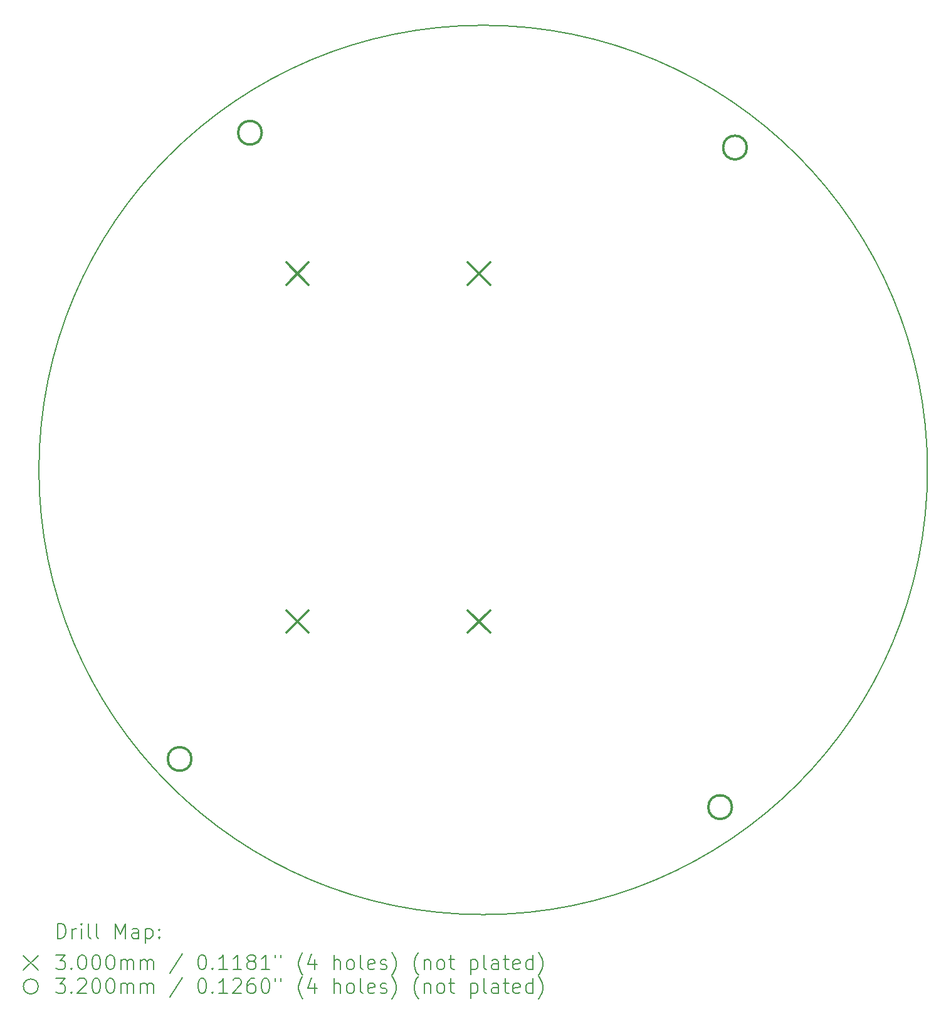
<source format=gbr>
%TF.GenerationSoftware,KiCad,Pcbnew,8.0.4*%
%TF.CreationDate,2024-09-12T05:22:18-05:00*%
%TF.ProjectId,Robt,526f6274-2e6b-4696-9361-645f70636258,rev?*%
%TF.SameCoordinates,Original*%
%TF.FileFunction,Drillmap*%
%TF.FilePolarity,Positive*%
%FSLAX45Y45*%
G04 Gerber Fmt 4.5, Leading zero omitted, Abs format (unit mm)*
G04 Created by KiCad (PCBNEW 8.0.4) date 2024-09-12 05:22:18*
%MOMM*%
%LPD*%
G01*
G04 APERTURE LIST*
%ADD10C,0.200000*%
%ADD11C,0.300000*%
%ADD12C,0.320000*%
G04 APERTURE END LIST*
D10*
X23300000Y-9050000D02*
G75*
G02*
X11300000Y-9050000I-6000000J0D01*
G01*
X11300000Y-9050000D02*
G75*
G02*
X23300000Y-9050000I6000000J0D01*
G01*
D11*
X14642000Y-6250000D02*
X14942000Y-6550000D01*
X14942000Y-6250000D02*
X14642000Y-6550000D01*
X14642000Y-10945000D02*
X14942000Y-11245000D01*
X14942000Y-10945000D02*
X14642000Y-11245000D01*
X17093000Y-6250000D02*
X17393000Y-6550000D01*
X17393000Y-6250000D02*
X17093000Y-6550000D01*
X17093000Y-10945000D02*
X17393000Y-11245000D01*
X17393000Y-10945000D02*
X17093000Y-11245000D01*
D12*
X13360000Y-12950000D02*
G75*
G02*
X13040000Y-12950000I-160000J0D01*
G01*
X13040000Y-12950000D02*
G75*
G02*
X13360000Y-12950000I160000J0D01*
G01*
X14310000Y-4500000D02*
G75*
G02*
X13990000Y-4500000I-160000J0D01*
G01*
X13990000Y-4500000D02*
G75*
G02*
X14310000Y-4500000I160000J0D01*
G01*
X20660000Y-13600000D02*
G75*
G02*
X20340000Y-13600000I-160000J0D01*
G01*
X20340000Y-13600000D02*
G75*
G02*
X20660000Y-13600000I160000J0D01*
G01*
X20860000Y-4700000D02*
G75*
G02*
X20540000Y-4700000I-160000J0D01*
G01*
X20540000Y-4700000D02*
G75*
G02*
X20860000Y-4700000I160000J0D01*
G01*
D10*
X11550777Y-15371484D02*
X11550777Y-15171484D01*
X11550777Y-15171484D02*
X11598396Y-15171484D01*
X11598396Y-15171484D02*
X11626967Y-15181008D01*
X11626967Y-15181008D02*
X11646015Y-15200055D01*
X11646015Y-15200055D02*
X11655539Y-15219103D01*
X11655539Y-15219103D02*
X11665062Y-15257198D01*
X11665062Y-15257198D02*
X11665062Y-15285769D01*
X11665062Y-15285769D02*
X11655539Y-15323865D01*
X11655539Y-15323865D02*
X11646015Y-15342912D01*
X11646015Y-15342912D02*
X11626967Y-15361960D01*
X11626967Y-15361960D02*
X11598396Y-15371484D01*
X11598396Y-15371484D02*
X11550777Y-15371484D01*
X11750777Y-15371484D02*
X11750777Y-15238150D01*
X11750777Y-15276246D02*
X11760301Y-15257198D01*
X11760301Y-15257198D02*
X11769824Y-15247674D01*
X11769824Y-15247674D02*
X11788872Y-15238150D01*
X11788872Y-15238150D02*
X11807920Y-15238150D01*
X11874586Y-15371484D02*
X11874586Y-15238150D01*
X11874586Y-15171484D02*
X11865062Y-15181008D01*
X11865062Y-15181008D02*
X11874586Y-15190531D01*
X11874586Y-15190531D02*
X11884110Y-15181008D01*
X11884110Y-15181008D02*
X11874586Y-15171484D01*
X11874586Y-15171484D02*
X11874586Y-15190531D01*
X11998396Y-15371484D02*
X11979348Y-15361960D01*
X11979348Y-15361960D02*
X11969824Y-15342912D01*
X11969824Y-15342912D02*
X11969824Y-15171484D01*
X12103158Y-15371484D02*
X12084110Y-15361960D01*
X12084110Y-15361960D02*
X12074586Y-15342912D01*
X12074586Y-15342912D02*
X12074586Y-15171484D01*
X12331729Y-15371484D02*
X12331729Y-15171484D01*
X12331729Y-15171484D02*
X12398396Y-15314341D01*
X12398396Y-15314341D02*
X12465062Y-15171484D01*
X12465062Y-15171484D02*
X12465062Y-15371484D01*
X12646015Y-15371484D02*
X12646015Y-15266722D01*
X12646015Y-15266722D02*
X12636491Y-15247674D01*
X12636491Y-15247674D02*
X12617443Y-15238150D01*
X12617443Y-15238150D02*
X12579348Y-15238150D01*
X12579348Y-15238150D02*
X12560301Y-15247674D01*
X12646015Y-15361960D02*
X12626967Y-15371484D01*
X12626967Y-15371484D02*
X12579348Y-15371484D01*
X12579348Y-15371484D02*
X12560301Y-15361960D01*
X12560301Y-15361960D02*
X12550777Y-15342912D01*
X12550777Y-15342912D02*
X12550777Y-15323865D01*
X12550777Y-15323865D02*
X12560301Y-15304817D01*
X12560301Y-15304817D02*
X12579348Y-15295293D01*
X12579348Y-15295293D02*
X12626967Y-15295293D01*
X12626967Y-15295293D02*
X12646015Y-15285769D01*
X12741253Y-15238150D02*
X12741253Y-15438150D01*
X12741253Y-15247674D02*
X12760301Y-15238150D01*
X12760301Y-15238150D02*
X12798396Y-15238150D01*
X12798396Y-15238150D02*
X12817443Y-15247674D01*
X12817443Y-15247674D02*
X12826967Y-15257198D01*
X12826967Y-15257198D02*
X12836491Y-15276246D01*
X12836491Y-15276246D02*
X12836491Y-15333388D01*
X12836491Y-15333388D02*
X12826967Y-15352436D01*
X12826967Y-15352436D02*
X12817443Y-15361960D01*
X12817443Y-15361960D02*
X12798396Y-15371484D01*
X12798396Y-15371484D02*
X12760301Y-15371484D01*
X12760301Y-15371484D02*
X12741253Y-15361960D01*
X12922205Y-15352436D02*
X12931729Y-15361960D01*
X12931729Y-15361960D02*
X12922205Y-15371484D01*
X12922205Y-15371484D02*
X12912682Y-15361960D01*
X12912682Y-15361960D02*
X12922205Y-15352436D01*
X12922205Y-15352436D02*
X12922205Y-15371484D01*
X12922205Y-15247674D02*
X12931729Y-15257198D01*
X12931729Y-15257198D02*
X12922205Y-15266722D01*
X12922205Y-15266722D02*
X12912682Y-15257198D01*
X12912682Y-15257198D02*
X12922205Y-15247674D01*
X12922205Y-15247674D02*
X12922205Y-15266722D01*
X11090000Y-15600000D02*
X11290000Y-15800000D01*
X11290000Y-15600000D02*
X11090000Y-15800000D01*
X11531729Y-15591484D02*
X11655539Y-15591484D01*
X11655539Y-15591484D02*
X11588872Y-15667674D01*
X11588872Y-15667674D02*
X11617443Y-15667674D01*
X11617443Y-15667674D02*
X11636491Y-15677198D01*
X11636491Y-15677198D02*
X11646015Y-15686722D01*
X11646015Y-15686722D02*
X11655539Y-15705769D01*
X11655539Y-15705769D02*
X11655539Y-15753388D01*
X11655539Y-15753388D02*
X11646015Y-15772436D01*
X11646015Y-15772436D02*
X11636491Y-15781960D01*
X11636491Y-15781960D02*
X11617443Y-15791484D01*
X11617443Y-15791484D02*
X11560301Y-15791484D01*
X11560301Y-15791484D02*
X11541253Y-15781960D01*
X11541253Y-15781960D02*
X11531729Y-15772436D01*
X11741253Y-15772436D02*
X11750777Y-15781960D01*
X11750777Y-15781960D02*
X11741253Y-15791484D01*
X11741253Y-15791484D02*
X11731729Y-15781960D01*
X11731729Y-15781960D02*
X11741253Y-15772436D01*
X11741253Y-15772436D02*
X11741253Y-15791484D01*
X11874586Y-15591484D02*
X11893634Y-15591484D01*
X11893634Y-15591484D02*
X11912682Y-15601008D01*
X11912682Y-15601008D02*
X11922205Y-15610531D01*
X11922205Y-15610531D02*
X11931729Y-15629579D01*
X11931729Y-15629579D02*
X11941253Y-15667674D01*
X11941253Y-15667674D02*
X11941253Y-15715293D01*
X11941253Y-15715293D02*
X11931729Y-15753388D01*
X11931729Y-15753388D02*
X11922205Y-15772436D01*
X11922205Y-15772436D02*
X11912682Y-15781960D01*
X11912682Y-15781960D02*
X11893634Y-15791484D01*
X11893634Y-15791484D02*
X11874586Y-15791484D01*
X11874586Y-15791484D02*
X11855539Y-15781960D01*
X11855539Y-15781960D02*
X11846015Y-15772436D01*
X11846015Y-15772436D02*
X11836491Y-15753388D01*
X11836491Y-15753388D02*
X11826967Y-15715293D01*
X11826967Y-15715293D02*
X11826967Y-15667674D01*
X11826967Y-15667674D02*
X11836491Y-15629579D01*
X11836491Y-15629579D02*
X11846015Y-15610531D01*
X11846015Y-15610531D02*
X11855539Y-15601008D01*
X11855539Y-15601008D02*
X11874586Y-15591484D01*
X12065062Y-15591484D02*
X12084110Y-15591484D01*
X12084110Y-15591484D02*
X12103158Y-15601008D01*
X12103158Y-15601008D02*
X12112682Y-15610531D01*
X12112682Y-15610531D02*
X12122205Y-15629579D01*
X12122205Y-15629579D02*
X12131729Y-15667674D01*
X12131729Y-15667674D02*
X12131729Y-15715293D01*
X12131729Y-15715293D02*
X12122205Y-15753388D01*
X12122205Y-15753388D02*
X12112682Y-15772436D01*
X12112682Y-15772436D02*
X12103158Y-15781960D01*
X12103158Y-15781960D02*
X12084110Y-15791484D01*
X12084110Y-15791484D02*
X12065062Y-15791484D01*
X12065062Y-15791484D02*
X12046015Y-15781960D01*
X12046015Y-15781960D02*
X12036491Y-15772436D01*
X12036491Y-15772436D02*
X12026967Y-15753388D01*
X12026967Y-15753388D02*
X12017443Y-15715293D01*
X12017443Y-15715293D02*
X12017443Y-15667674D01*
X12017443Y-15667674D02*
X12026967Y-15629579D01*
X12026967Y-15629579D02*
X12036491Y-15610531D01*
X12036491Y-15610531D02*
X12046015Y-15601008D01*
X12046015Y-15601008D02*
X12065062Y-15591484D01*
X12255539Y-15591484D02*
X12274586Y-15591484D01*
X12274586Y-15591484D02*
X12293634Y-15601008D01*
X12293634Y-15601008D02*
X12303158Y-15610531D01*
X12303158Y-15610531D02*
X12312682Y-15629579D01*
X12312682Y-15629579D02*
X12322205Y-15667674D01*
X12322205Y-15667674D02*
X12322205Y-15715293D01*
X12322205Y-15715293D02*
X12312682Y-15753388D01*
X12312682Y-15753388D02*
X12303158Y-15772436D01*
X12303158Y-15772436D02*
X12293634Y-15781960D01*
X12293634Y-15781960D02*
X12274586Y-15791484D01*
X12274586Y-15791484D02*
X12255539Y-15791484D01*
X12255539Y-15791484D02*
X12236491Y-15781960D01*
X12236491Y-15781960D02*
X12226967Y-15772436D01*
X12226967Y-15772436D02*
X12217443Y-15753388D01*
X12217443Y-15753388D02*
X12207920Y-15715293D01*
X12207920Y-15715293D02*
X12207920Y-15667674D01*
X12207920Y-15667674D02*
X12217443Y-15629579D01*
X12217443Y-15629579D02*
X12226967Y-15610531D01*
X12226967Y-15610531D02*
X12236491Y-15601008D01*
X12236491Y-15601008D02*
X12255539Y-15591484D01*
X12407920Y-15791484D02*
X12407920Y-15658150D01*
X12407920Y-15677198D02*
X12417443Y-15667674D01*
X12417443Y-15667674D02*
X12436491Y-15658150D01*
X12436491Y-15658150D02*
X12465063Y-15658150D01*
X12465063Y-15658150D02*
X12484110Y-15667674D01*
X12484110Y-15667674D02*
X12493634Y-15686722D01*
X12493634Y-15686722D02*
X12493634Y-15791484D01*
X12493634Y-15686722D02*
X12503158Y-15667674D01*
X12503158Y-15667674D02*
X12522205Y-15658150D01*
X12522205Y-15658150D02*
X12550777Y-15658150D01*
X12550777Y-15658150D02*
X12569824Y-15667674D01*
X12569824Y-15667674D02*
X12579348Y-15686722D01*
X12579348Y-15686722D02*
X12579348Y-15791484D01*
X12674586Y-15791484D02*
X12674586Y-15658150D01*
X12674586Y-15677198D02*
X12684110Y-15667674D01*
X12684110Y-15667674D02*
X12703158Y-15658150D01*
X12703158Y-15658150D02*
X12731729Y-15658150D01*
X12731729Y-15658150D02*
X12750777Y-15667674D01*
X12750777Y-15667674D02*
X12760301Y-15686722D01*
X12760301Y-15686722D02*
X12760301Y-15791484D01*
X12760301Y-15686722D02*
X12769824Y-15667674D01*
X12769824Y-15667674D02*
X12788872Y-15658150D01*
X12788872Y-15658150D02*
X12817443Y-15658150D01*
X12817443Y-15658150D02*
X12836491Y-15667674D01*
X12836491Y-15667674D02*
X12846015Y-15686722D01*
X12846015Y-15686722D02*
X12846015Y-15791484D01*
X13236491Y-15581960D02*
X13065063Y-15839103D01*
X13493634Y-15591484D02*
X13512682Y-15591484D01*
X13512682Y-15591484D02*
X13531729Y-15601008D01*
X13531729Y-15601008D02*
X13541253Y-15610531D01*
X13541253Y-15610531D02*
X13550777Y-15629579D01*
X13550777Y-15629579D02*
X13560301Y-15667674D01*
X13560301Y-15667674D02*
X13560301Y-15715293D01*
X13560301Y-15715293D02*
X13550777Y-15753388D01*
X13550777Y-15753388D02*
X13541253Y-15772436D01*
X13541253Y-15772436D02*
X13531729Y-15781960D01*
X13531729Y-15781960D02*
X13512682Y-15791484D01*
X13512682Y-15791484D02*
X13493634Y-15791484D01*
X13493634Y-15791484D02*
X13474586Y-15781960D01*
X13474586Y-15781960D02*
X13465063Y-15772436D01*
X13465063Y-15772436D02*
X13455539Y-15753388D01*
X13455539Y-15753388D02*
X13446015Y-15715293D01*
X13446015Y-15715293D02*
X13446015Y-15667674D01*
X13446015Y-15667674D02*
X13455539Y-15629579D01*
X13455539Y-15629579D02*
X13465063Y-15610531D01*
X13465063Y-15610531D02*
X13474586Y-15601008D01*
X13474586Y-15601008D02*
X13493634Y-15591484D01*
X13646015Y-15772436D02*
X13655539Y-15781960D01*
X13655539Y-15781960D02*
X13646015Y-15791484D01*
X13646015Y-15791484D02*
X13636491Y-15781960D01*
X13636491Y-15781960D02*
X13646015Y-15772436D01*
X13646015Y-15772436D02*
X13646015Y-15791484D01*
X13846015Y-15791484D02*
X13731729Y-15791484D01*
X13788872Y-15791484D02*
X13788872Y-15591484D01*
X13788872Y-15591484D02*
X13769825Y-15620055D01*
X13769825Y-15620055D02*
X13750777Y-15639103D01*
X13750777Y-15639103D02*
X13731729Y-15648627D01*
X14036491Y-15791484D02*
X13922206Y-15791484D01*
X13979348Y-15791484D02*
X13979348Y-15591484D01*
X13979348Y-15591484D02*
X13960301Y-15620055D01*
X13960301Y-15620055D02*
X13941253Y-15639103D01*
X13941253Y-15639103D02*
X13922206Y-15648627D01*
X14150777Y-15677198D02*
X14131729Y-15667674D01*
X14131729Y-15667674D02*
X14122206Y-15658150D01*
X14122206Y-15658150D02*
X14112682Y-15639103D01*
X14112682Y-15639103D02*
X14112682Y-15629579D01*
X14112682Y-15629579D02*
X14122206Y-15610531D01*
X14122206Y-15610531D02*
X14131729Y-15601008D01*
X14131729Y-15601008D02*
X14150777Y-15591484D01*
X14150777Y-15591484D02*
X14188872Y-15591484D01*
X14188872Y-15591484D02*
X14207920Y-15601008D01*
X14207920Y-15601008D02*
X14217444Y-15610531D01*
X14217444Y-15610531D02*
X14226967Y-15629579D01*
X14226967Y-15629579D02*
X14226967Y-15639103D01*
X14226967Y-15639103D02*
X14217444Y-15658150D01*
X14217444Y-15658150D02*
X14207920Y-15667674D01*
X14207920Y-15667674D02*
X14188872Y-15677198D01*
X14188872Y-15677198D02*
X14150777Y-15677198D01*
X14150777Y-15677198D02*
X14131729Y-15686722D01*
X14131729Y-15686722D02*
X14122206Y-15696246D01*
X14122206Y-15696246D02*
X14112682Y-15715293D01*
X14112682Y-15715293D02*
X14112682Y-15753388D01*
X14112682Y-15753388D02*
X14122206Y-15772436D01*
X14122206Y-15772436D02*
X14131729Y-15781960D01*
X14131729Y-15781960D02*
X14150777Y-15791484D01*
X14150777Y-15791484D02*
X14188872Y-15791484D01*
X14188872Y-15791484D02*
X14207920Y-15781960D01*
X14207920Y-15781960D02*
X14217444Y-15772436D01*
X14217444Y-15772436D02*
X14226967Y-15753388D01*
X14226967Y-15753388D02*
X14226967Y-15715293D01*
X14226967Y-15715293D02*
X14217444Y-15696246D01*
X14217444Y-15696246D02*
X14207920Y-15686722D01*
X14207920Y-15686722D02*
X14188872Y-15677198D01*
X14417444Y-15791484D02*
X14303158Y-15791484D01*
X14360301Y-15791484D02*
X14360301Y-15591484D01*
X14360301Y-15591484D02*
X14341253Y-15620055D01*
X14341253Y-15620055D02*
X14322206Y-15639103D01*
X14322206Y-15639103D02*
X14303158Y-15648627D01*
X14493634Y-15591484D02*
X14493634Y-15629579D01*
X14569825Y-15591484D02*
X14569825Y-15629579D01*
X14865063Y-15867674D02*
X14855539Y-15858150D01*
X14855539Y-15858150D02*
X14836491Y-15829579D01*
X14836491Y-15829579D02*
X14826968Y-15810531D01*
X14826968Y-15810531D02*
X14817444Y-15781960D01*
X14817444Y-15781960D02*
X14807920Y-15734341D01*
X14807920Y-15734341D02*
X14807920Y-15696246D01*
X14807920Y-15696246D02*
X14817444Y-15648627D01*
X14817444Y-15648627D02*
X14826968Y-15620055D01*
X14826968Y-15620055D02*
X14836491Y-15601008D01*
X14836491Y-15601008D02*
X14855539Y-15572436D01*
X14855539Y-15572436D02*
X14865063Y-15562912D01*
X15026968Y-15658150D02*
X15026968Y-15791484D01*
X14979348Y-15581960D02*
X14931729Y-15724817D01*
X14931729Y-15724817D02*
X15055539Y-15724817D01*
X15284110Y-15791484D02*
X15284110Y-15591484D01*
X15369825Y-15791484D02*
X15369825Y-15686722D01*
X15369825Y-15686722D02*
X15360301Y-15667674D01*
X15360301Y-15667674D02*
X15341253Y-15658150D01*
X15341253Y-15658150D02*
X15312682Y-15658150D01*
X15312682Y-15658150D02*
X15293634Y-15667674D01*
X15293634Y-15667674D02*
X15284110Y-15677198D01*
X15493634Y-15791484D02*
X15474587Y-15781960D01*
X15474587Y-15781960D02*
X15465063Y-15772436D01*
X15465063Y-15772436D02*
X15455539Y-15753388D01*
X15455539Y-15753388D02*
X15455539Y-15696246D01*
X15455539Y-15696246D02*
X15465063Y-15677198D01*
X15465063Y-15677198D02*
X15474587Y-15667674D01*
X15474587Y-15667674D02*
X15493634Y-15658150D01*
X15493634Y-15658150D02*
X15522206Y-15658150D01*
X15522206Y-15658150D02*
X15541253Y-15667674D01*
X15541253Y-15667674D02*
X15550777Y-15677198D01*
X15550777Y-15677198D02*
X15560301Y-15696246D01*
X15560301Y-15696246D02*
X15560301Y-15753388D01*
X15560301Y-15753388D02*
X15550777Y-15772436D01*
X15550777Y-15772436D02*
X15541253Y-15781960D01*
X15541253Y-15781960D02*
X15522206Y-15791484D01*
X15522206Y-15791484D02*
X15493634Y-15791484D01*
X15674587Y-15791484D02*
X15655539Y-15781960D01*
X15655539Y-15781960D02*
X15646015Y-15762912D01*
X15646015Y-15762912D02*
X15646015Y-15591484D01*
X15826968Y-15781960D02*
X15807920Y-15791484D01*
X15807920Y-15791484D02*
X15769825Y-15791484D01*
X15769825Y-15791484D02*
X15750777Y-15781960D01*
X15750777Y-15781960D02*
X15741253Y-15762912D01*
X15741253Y-15762912D02*
X15741253Y-15686722D01*
X15741253Y-15686722D02*
X15750777Y-15667674D01*
X15750777Y-15667674D02*
X15769825Y-15658150D01*
X15769825Y-15658150D02*
X15807920Y-15658150D01*
X15807920Y-15658150D02*
X15826968Y-15667674D01*
X15826968Y-15667674D02*
X15836491Y-15686722D01*
X15836491Y-15686722D02*
X15836491Y-15705769D01*
X15836491Y-15705769D02*
X15741253Y-15724817D01*
X15912682Y-15781960D02*
X15931730Y-15791484D01*
X15931730Y-15791484D02*
X15969825Y-15791484D01*
X15969825Y-15791484D02*
X15988872Y-15781960D01*
X15988872Y-15781960D02*
X15998396Y-15762912D01*
X15998396Y-15762912D02*
X15998396Y-15753388D01*
X15998396Y-15753388D02*
X15988872Y-15734341D01*
X15988872Y-15734341D02*
X15969825Y-15724817D01*
X15969825Y-15724817D02*
X15941253Y-15724817D01*
X15941253Y-15724817D02*
X15922206Y-15715293D01*
X15922206Y-15715293D02*
X15912682Y-15696246D01*
X15912682Y-15696246D02*
X15912682Y-15686722D01*
X15912682Y-15686722D02*
X15922206Y-15667674D01*
X15922206Y-15667674D02*
X15941253Y-15658150D01*
X15941253Y-15658150D02*
X15969825Y-15658150D01*
X15969825Y-15658150D02*
X15988872Y-15667674D01*
X16065063Y-15867674D02*
X16074587Y-15858150D01*
X16074587Y-15858150D02*
X16093634Y-15829579D01*
X16093634Y-15829579D02*
X16103158Y-15810531D01*
X16103158Y-15810531D02*
X16112682Y-15781960D01*
X16112682Y-15781960D02*
X16122206Y-15734341D01*
X16122206Y-15734341D02*
X16122206Y-15696246D01*
X16122206Y-15696246D02*
X16112682Y-15648627D01*
X16112682Y-15648627D02*
X16103158Y-15620055D01*
X16103158Y-15620055D02*
X16093634Y-15601008D01*
X16093634Y-15601008D02*
X16074587Y-15572436D01*
X16074587Y-15572436D02*
X16065063Y-15562912D01*
X16426968Y-15867674D02*
X16417444Y-15858150D01*
X16417444Y-15858150D02*
X16398396Y-15829579D01*
X16398396Y-15829579D02*
X16388872Y-15810531D01*
X16388872Y-15810531D02*
X16379349Y-15781960D01*
X16379349Y-15781960D02*
X16369825Y-15734341D01*
X16369825Y-15734341D02*
X16369825Y-15696246D01*
X16369825Y-15696246D02*
X16379349Y-15648627D01*
X16379349Y-15648627D02*
X16388872Y-15620055D01*
X16388872Y-15620055D02*
X16398396Y-15601008D01*
X16398396Y-15601008D02*
X16417444Y-15572436D01*
X16417444Y-15572436D02*
X16426968Y-15562912D01*
X16503158Y-15658150D02*
X16503158Y-15791484D01*
X16503158Y-15677198D02*
X16512682Y-15667674D01*
X16512682Y-15667674D02*
X16531730Y-15658150D01*
X16531730Y-15658150D02*
X16560301Y-15658150D01*
X16560301Y-15658150D02*
X16579349Y-15667674D01*
X16579349Y-15667674D02*
X16588872Y-15686722D01*
X16588872Y-15686722D02*
X16588872Y-15791484D01*
X16712682Y-15791484D02*
X16693634Y-15781960D01*
X16693634Y-15781960D02*
X16684111Y-15772436D01*
X16684111Y-15772436D02*
X16674587Y-15753388D01*
X16674587Y-15753388D02*
X16674587Y-15696246D01*
X16674587Y-15696246D02*
X16684111Y-15677198D01*
X16684111Y-15677198D02*
X16693634Y-15667674D01*
X16693634Y-15667674D02*
X16712682Y-15658150D01*
X16712682Y-15658150D02*
X16741253Y-15658150D01*
X16741253Y-15658150D02*
X16760301Y-15667674D01*
X16760301Y-15667674D02*
X16769825Y-15677198D01*
X16769825Y-15677198D02*
X16779349Y-15696246D01*
X16779349Y-15696246D02*
X16779349Y-15753388D01*
X16779349Y-15753388D02*
X16769825Y-15772436D01*
X16769825Y-15772436D02*
X16760301Y-15781960D01*
X16760301Y-15781960D02*
X16741253Y-15791484D01*
X16741253Y-15791484D02*
X16712682Y-15791484D01*
X16836492Y-15658150D02*
X16912682Y-15658150D01*
X16865063Y-15591484D02*
X16865063Y-15762912D01*
X16865063Y-15762912D02*
X16874587Y-15781960D01*
X16874587Y-15781960D02*
X16893634Y-15791484D01*
X16893634Y-15791484D02*
X16912682Y-15791484D01*
X17131730Y-15658150D02*
X17131730Y-15858150D01*
X17131730Y-15667674D02*
X17150777Y-15658150D01*
X17150777Y-15658150D02*
X17188873Y-15658150D01*
X17188873Y-15658150D02*
X17207920Y-15667674D01*
X17207920Y-15667674D02*
X17217444Y-15677198D01*
X17217444Y-15677198D02*
X17226968Y-15696246D01*
X17226968Y-15696246D02*
X17226968Y-15753388D01*
X17226968Y-15753388D02*
X17217444Y-15772436D01*
X17217444Y-15772436D02*
X17207920Y-15781960D01*
X17207920Y-15781960D02*
X17188873Y-15791484D01*
X17188873Y-15791484D02*
X17150777Y-15791484D01*
X17150777Y-15791484D02*
X17131730Y-15781960D01*
X17341254Y-15791484D02*
X17322206Y-15781960D01*
X17322206Y-15781960D02*
X17312682Y-15762912D01*
X17312682Y-15762912D02*
X17312682Y-15591484D01*
X17503158Y-15791484D02*
X17503158Y-15686722D01*
X17503158Y-15686722D02*
X17493635Y-15667674D01*
X17493635Y-15667674D02*
X17474587Y-15658150D01*
X17474587Y-15658150D02*
X17436492Y-15658150D01*
X17436492Y-15658150D02*
X17417444Y-15667674D01*
X17503158Y-15781960D02*
X17484111Y-15791484D01*
X17484111Y-15791484D02*
X17436492Y-15791484D01*
X17436492Y-15791484D02*
X17417444Y-15781960D01*
X17417444Y-15781960D02*
X17407920Y-15762912D01*
X17407920Y-15762912D02*
X17407920Y-15743865D01*
X17407920Y-15743865D02*
X17417444Y-15724817D01*
X17417444Y-15724817D02*
X17436492Y-15715293D01*
X17436492Y-15715293D02*
X17484111Y-15715293D01*
X17484111Y-15715293D02*
X17503158Y-15705769D01*
X17569825Y-15658150D02*
X17646015Y-15658150D01*
X17598396Y-15591484D02*
X17598396Y-15762912D01*
X17598396Y-15762912D02*
X17607920Y-15781960D01*
X17607920Y-15781960D02*
X17626968Y-15791484D01*
X17626968Y-15791484D02*
X17646015Y-15791484D01*
X17788873Y-15781960D02*
X17769825Y-15791484D01*
X17769825Y-15791484D02*
X17731730Y-15791484D01*
X17731730Y-15791484D02*
X17712682Y-15781960D01*
X17712682Y-15781960D02*
X17703158Y-15762912D01*
X17703158Y-15762912D02*
X17703158Y-15686722D01*
X17703158Y-15686722D02*
X17712682Y-15667674D01*
X17712682Y-15667674D02*
X17731730Y-15658150D01*
X17731730Y-15658150D02*
X17769825Y-15658150D01*
X17769825Y-15658150D02*
X17788873Y-15667674D01*
X17788873Y-15667674D02*
X17798396Y-15686722D01*
X17798396Y-15686722D02*
X17798396Y-15705769D01*
X17798396Y-15705769D02*
X17703158Y-15724817D01*
X17969825Y-15791484D02*
X17969825Y-15591484D01*
X17969825Y-15781960D02*
X17950777Y-15791484D01*
X17950777Y-15791484D02*
X17912682Y-15791484D01*
X17912682Y-15791484D02*
X17893635Y-15781960D01*
X17893635Y-15781960D02*
X17884111Y-15772436D01*
X17884111Y-15772436D02*
X17874587Y-15753388D01*
X17874587Y-15753388D02*
X17874587Y-15696246D01*
X17874587Y-15696246D02*
X17884111Y-15677198D01*
X17884111Y-15677198D02*
X17893635Y-15667674D01*
X17893635Y-15667674D02*
X17912682Y-15658150D01*
X17912682Y-15658150D02*
X17950777Y-15658150D01*
X17950777Y-15658150D02*
X17969825Y-15667674D01*
X18046016Y-15867674D02*
X18055539Y-15858150D01*
X18055539Y-15858150D02*
X18074587Y-15829579D01*
X18074587Y-15829579D02*
X18084111Y-15810531D01*
X18084111Y-15810531D02*
X18093635Y-15781960D01*
X18093635Y-15781960D02*
X18103158Y-15734341D01*
X18103158Y-15734341D02*
X18103158Y-15696246D01*
X18103158Y-15696246D02*
X18093635Y-15648627D01*
X18093635Y-15648627D02*
X18084111Y-15620055D01*
X18084111Y-15620055D02*
X18074587Y-15601008D01*
X18074587Y-15601008D02*
X18055539Y-15572436D01*
X18055539Y-15572436D02*
X18046016Y-15562912D01*
X11290000Y-16020000D02*
G75*
G02*
X11090000Y-16020000I-100000J0D01*
G01*
X11090000Y-16020000D02*
G75*
G02*
X11290000Y-16020000I100000J0D01*
G01*
X11531729Y-15911484D02*
X11655539Y-15911484D01*
X11655539Y-15911484D02*
X11588872Y-15987674D01*
X11588872Y-15987674D02*
X11617443Y-15987674D01*
X11617443Y-15987674D02*
X11636491Y-15997198D01*
X11636491Y-15997198D02*
X11646015Y-16006722D01*
X11646015Y-16006722D02*
X11655539Y-16025769D01*
X11655539Y-16025769D02*
X11655539Y-16073388D01*
X11655539Y-16073388D02*
X11646015Y-16092436D01*
X11646015Y-16092436D02*
X11636491Y-16101960D01*
X11636491Y-16101960D02*
X11617443Y-16111484D01*
X11617443Y-16111484D02*
X11560301Y-16111484D01*
X11560301Y-16111484D02*
X11541253Y-16101960D01*
X11541253Y-16101960D02*
X11531729Y-16092436D01*
X11741253Y-16092436D02*
X11750777Y-16101960D01*
X11750777Y-16101960D02*
X11741253Y-16111484D01*
X11741253Y-16111484D02*
X11731729Y-16101960D01*
X11731729Y-16101960D02*
X11741253Y-16092436D01*
X11741253Y-16092436D02*
X11741253Y-16111484D01*
X11826967Y-15930531D02*
X11836491Y-15921008D01*
X11836491Y-15921008D02*
X11855539Y-15911484D01*
X11855539Y-15911484D02*
X11903158Y-15911484D01*
X11903158Y-15911484D02*
X11922205Y-15921008D01*
X11922205Y-15921008D02*
X11931729Y-15930531D01*
X11931729Y-15930531D02*
X11941253Y-15949579D01*
X11941253Y-15949579D02*
X11941253Y-15968627D01*
X11941253Y-15968627D02*
X11931729Y-15997198D01*
X11931729Y-15997198D02*
X11817443Y-16111484D01*
X11817443Y-16111484D02*
X11941253Y-16111484D01*
X12065062Y-15911484D02*
X12084110Y-15911484D01*
X12084110Y-15911484D02*
X12103158Y-15921008D01*
X12103158Y-15921008D02*
X12112682Y-15930531D01*
X12112682Y-15930531D02*
X12122205Y-15949579D01*
X12122205Y-15949579D02*
X12131729Y-15987674D01*
X12131729Y-15987674D02*
X12131729Y-16035293D01*
X12131729Y-16035293D02*
X12122205Y-16073388D01*
X12122205Y-16073388D02*
X12112682Y-16092436D01*
X12112682Y-16092436D02*
X12103158Y-16101960D01*
X12103158Y-16101960D02*
X12084110Y-16111484D01*
X12084110Y-16111484D02*
X12065062Y-16111484D01*
X12065062Y-16111484D02*
X12046015Y-16101960D01*
X12046015Y-16101960D02*
X12036491Y-16092436D01*
X12036491Y-16092436D02*
X12026967Y-16073388D01*
X12026967Y-16073388D02*
X12017443Y-16035293D01*
X12017443Y-16035293D02*
X12017443Y-15987674D01*
X12017443Y-15987674D02*
X12026967Y-15949579D01*
X12026967Y-15949579D02*
X12036491Y-15930531D01*
X12036491Y-15930531D02*
X12046015Y-15921008D01*
X12046015Y-15921008D02*
X12065062Y-15911484D01*
X12255539Y-15911484D02*
X12274586Y-15911484D01*
X12274586Y-15911484D02*
X12293634Y-15921008D01*
X12293634Y-15921008D02*
X12303158Y-15930531D01*
X12303158Y-15930531D02*
X12312682Y-15949579D01*
X12312682Y-15949579D02*
X12322205Y-15987674D01*
X12322205Y-15987674D02*
X12322205Y-16035293D01*
X12322205Y-16035293D02*
X12312682Y-16073388D01*
X12312682Y-16073388D02*
X12303158Y-16092436D01*
X12303158Y-16092436D02*
X12293634Y-16101960D01*
X12293634Y-16101960D02*
X12274586Y-16111484D01*
X12274586Y-16111484D02*
X12255539Y-16111484D01*
X12255539Y-16111484D02*
X12236491Y-16101960D01*
X12236491Y-16101960D02*
X12226967Y-16092436D01*
X12226967Y-16092436D02*
X12217443Y-16073388D01*
X12217443Y-16073388D02*
X12207920Y-16035293D01*
X12207920Y-16035293D02*
X12207920Y-15987674D01*
X12207920Y-15987674D02*
X12217443Y-15949579D01*
X12217443Y-15949579D02*
X12226967Y-15930531D01*
X12226967Y-15930531D02*
X12236491Y-15921008D01*
X12236491Y-15921008D02*
X12255539Y-15911484D01*
X12407920Y-16111484D02*
X12407920Y-15978150D01*
X12407920Y-15997198D02*
X12417443Y-15987674D01*
X12417443Y-15987674D02*
X12436491Y-15978150D01*
X12436491Y-15978150D02*
X12465063Y-15978150D01*
X12465063Y-15978150D02*
X12484110Y-15987674D01*
X12484110Y-15987674D02*
X12493634Y-16006722D01*
X12493634Y-16006722D02*
X12493634Y-16111484D01*
X12493634Y-16006722D02*
X12503158Y-15987674D01*
X12503158Y-15987674D02*
X12522205Y-15978150D01*
X12522205Y-15978150D02*
X12550777Y-15978150D01*
X12550777Y-15978150D02*
X12569824Y-15987674D01*
X12569824Y-15987674D02*
X12579348Y-16006722D01*
X12579348Y-16006722D02*
X12579348Y-16111484D01*
X12674586Y-16111484D02*
X12674586Y-15978150D01*
X12674586Y-15997198D02*
X12684110Y-15987674D01*
X12684110Y-15987674D02*
X12703158Y-15978150D01*
X12703158Y-15978150D02*
X12731729Y-15978150D01*
X12731729Y-15978150D02*
X12750777Y-15987674D01*
X12750777Y-15987674D02*
X12760301Y-16006722D01*
X12760301Y-16006722D02*
X12760301Y-16111484D01*
X12760301Y-16006722D02*
X12769824Y-15987674D01*
X12769824Y-15987674D02*
X12788872Y-15978150D01*
X12788872Y-15978150D02*
X12817443Y-15978150D01*
X12817443Y-15978150D02*
X12836491Y-15987674D01*
X12836491Y-15987674D02*
X12846015Y-16006722D01*
X12846015Y-16006722D02*
X12846015Y-16111484D01*
X13236491Y-15901960D02*
X13065063Y-16159103D01*
X13493634Y-15911484D02*
X13512682Y-15911484D01*
X13512682Y-15911484D02*
X13531729Y-15921008D01*
X13531729Y-15921008D02*
X13541253Y-15930531D01*
X13541253Y-15930531D02*
X13550777Y-15949579D01*
X13550777Y-15949579D02*
X13560301Y-15987674D01*
X13560301Y-15987674D02*
X13560301Y-16035293D01*
X13560301Y-16035293D02*
X13550777Y-16073388D01*
X13550777Y-16073388D02*
X13541253Y-16092436D01*
X13541253Y-16092436D02*
X13531729Y-16101960D01*
X13531729Y-16101960D02*
X13512682Y-16111484D01*
X13512682Y-16111484D02*
X13493634Y-16111484D01*
X13493634Y-16111484D02*
X13474586Y-16101960D01*
X13474586Y-16101960D02*
X13465063Y-16092436D01*
X13465063Y-16092436D02*
X13455539Y-16073388D01*
X13455539Y-16073388D02*
X13446015Y-16035293D01*
X13446015Y-16035293D02*
X13446015Y-15987674D01*
X13446015Y-15987674D02*
X13455539Y-15949579D01*
X13455539Y-15949579D02*
X13465063Y-15930531D01*
X13465063Y-15930531D02*
X13474586Y-15921008D01*
X13474586Y-15921008D02*
X13493634Y-15911484D01*
X13646015Y-16092436D02*
X13655539Y-16101960D01*
X13655539Y-16101960D02*
X13646015Y-16111484D01*
X13646015Y-16111484D02*
X13636491Y-16101960D01*
X13636491Y-16101960D02*
X13646015Y-16092436D01*
X13646015Y-16092436D02*
X13646015Y-16111484D01*
X13846015Y-16111484D02*
X13731729Y-16111484D01*
X13788872Y-16111484D02*
X13788872Y-15911484D01*
X13788872Y-15911484D02*
X13769825Y-15940055D01*
X13769825Y-15940055D02*
X13750777Y-15959103D01*
X13750777Y-15959103D02*
X13731729Y-15968627D01*
X13922206Y-15930531D02*
X13931729Y-15921008D01*
X13931729Y-15921008D02*
X13950777Y-15911484D01*
X13950777Y-15911484D02*
X13998396Y-15911484D01*
X13998396Y-15911484D02*
X14017444Y-15921008D01*
X14017444Y-15921008D02*
X14026967Y-15930531D01*
X14026967Y-15930531D02*
X14036491Y-15949579D01*
X14036491Y-15949579D02*
X14036491Y-15968627D01*
X14036491Y-15968627D02*
X14026967Y-15997198D01*
X14026967Y-15997198D02*
X13912682Y-16111484D01*
X13912682Y-16111484D02*
X14036491Y-16111484D01*
X14207920Y-15911484D02*
X14169825Y-15911484D01*
X14169825Y-15911484D02*
X14150777Y-15921008D01*
X14150777Y-15921008D02*
X14141253Y-15930531D01*
X14141253Y-15930531D02*
X14122206Y-15959103D01*
X14122206Y-15959103D02*
X14112682Y-15997198D01*
X14112682Y-15997198D02*
X14112682Y-16073388D01*
X14112682Y-16073388D02*
X14122206Y-16092436D01*
X14122206Y-16092436D02*
X14131729Y-16101960D01*
X14131729Y-16101960D02*
X14150777Y-16111484D01*
X14150777Y-16111484D02*
X14188872Y-16111484D01*
X14188872Y-16111484D02*
X14207920Y-16101960D01*
X14207920Y-16101960D02*
X14217444Y-16092436D01*
X14217444Y-16092436D02*
X14226967Y-16073388D01*
X14226967Y-16073388D02*
X14226967Y-16025769D01*
X14226967Y-16025769D02*
X14217444Y-16006722D01*
X14217444Y-16006722D02*
X14207920Y-15997198D01*
X14207920Y-15997198D02*
X14188872Y-15987674D01*
X14188872Y-15987674D02*
X14150777Y-15987674D01*
X14150777Y-15987674D02*
X14131729Y-15997198D01*
X14131729Y-15997198D02*
X14122206Y-16006722D01*
X14122206Y-16006722D02*
X14112682Y-16025769D01*
X14350777Y-15911484D02*
X14369825Y-15911484D01*
X14369825Y-15911484D02*
X14388872Y-15921008D01*
X14388872Y-15921008D02*
X14398396Y-15930531D01*
X14398396Y-15930531D02*
X14407920Y-15949579D01*
X14407920Y-15949579D02*
X14417444Y-15987674D01*
X14417444Y-15987674D02*
X14417444Y-16035293D01*
X14417444Y-16035293D02*
X14407920Y-16073388D01*
X14407920Y-16073388D02*
X14398396Y-16092436D01*
X14398396Y-16092436D02*
X14388872Y-16101960D01*
X14388872Y-16101960D02*
X14369825Y-16111484D01*
X14369825Y-16111484D02*
X14350777Y-16111484D01*
X14350777Y-16111484D02*
X14331729Y-16101960D01*
X14331729Y-16101960D02*
X14322206Y-16092436D01*
X14322206Y-16092436D02*
X14312682Y-16073388D01*
X14312682Y-16073388D02*
X14303158Y-16035293D01*
X14303158Y-16035293D02*
X14303158Y-15987674D01*
X14303158Y-15987674D02*
X14312682Y-15949579D01*
X14312682Y-15949579D02*
X14322206Y-15930531D01*
X14322206Y-15930531D02*
X14331729Y-15921008D01*
X14331729Y-15921008D02*
X14350777Y-15911484D01*
X14493634Y-15911484D02*
X14493634Y-15949579D01*
X14569825Y-15911484D02*
X14569825Y-15949579D01*
X14865063Y-16187674D02*
X14855539Y-16178150D01*
X14855539Y-16178150D02*
X14836491Y-16149579D01*
X14836491Y-16149579D02*
X14826968Y-16130531D01*
X14826968Y-16130531D02*
X14817444Y-16101960D01*
X14817444Y-16101960D02*
X14807920Y-16054341D01*
X14807920Y-16054341D02*
X14807920Y-16016246D01*
X14807920Y-16016246D02*
X14817444Y-15968627D01*
X14817444Y-15968627D02*
X14826968Y-15940055D01*
X14826968Y-15940055D02*
X14836491Y-15921008D01*
X14836491Y-15921008D02*
X14855539Y-15892436D01*
X14855539Y-15892436D02*
X14865063Y-15882912D01*
X15026968Y-15978150D02*
X15026968Y-16111484D01*
X14979348Y-15901960D02*
X14931729Y-16044817D01*
X14931729Y-16044817D02*
X15055539Y-16044817D01*
X15284110Y-16111484D02*
X15284110Y-15911484D01*
X15369825Y-16111484D02*
X15369825Y-16006722D01*
X15369825Y-16006722D02*
X15360301Y-15987674D01*
X15360301Y-15987674D02*
X15341253Y-15978150D01*
X15341253Y-15978150D02*
X15312682Y-15978150D01*
X15312682Y-15978150D02*
X15293634Y-15987674D01*
X15293634Y-15987674D02*
X15284110Y-15997198D01*
X15493634Y-16111484D02*
X15474587Y-16101960D01*
X15474587Y-16101960D02*
X15465063Y-16092436D01*
X15465063Y-16092436D02*
X15455539Y-16073388D01*
X15455539Y-16073388D02*
X15455539Y-16016246D01*
X15455539Y-16016246D02*
X15465063Y-15997198D01*
X15465063Y-15997198D02*
X15474587Y-15987674D01*
X15474587Y-15987674D02*
X15493634Y-15978150D01*
X15493634Y-15978150D02*
X15522206Y-15978150D01*
X15522206Y-15978150D02*
X15541253Y-15987674D01*
X15541253Y-15987674D02*
X15550777Y-15997198D01*
X15550777Y-15997198D02*
X15560301Y-16016246D01*
X15560301Y-16016246D02*
X15560301Y-16073388D01*
X15560301Y-16073388D02*
X15550777Y-16092436D01*
X15550777Y-16092436D02*
X15541253Y-16101960D01*
X15541253Y-16101960D02*
X15522206Y-16111484D01*
X15522206Y-16111484D02*
X15493634Y-16111484D01*
X15674587Y-16111484D02*
X15655539Y-16101960D01*
X15655539Y-16101960D02*
X15646015Y-16082912D01*
X15646015Y-16082912D02*
X15646015Y-15911484D01*
X15826968Y-16101960D02*
X15807920Y-16111484D01*
X15807920Y-16111484D02*
X15769825Y-16111484D01*
X15769825Y-16111484D02*
X15750777Y-16101960D01*
X15750777Y-16101960D02*
X15741253Y-16082912D01*
X15741253Y-16082912D02*
X15741253Y-16006722D01*
X15741253Y-16006722D02*
X15750777Y-15987674D01*
X15750777Y-15987674D02*
X15769825Y-15978150D01*
X15769825Y-15978150D02*
X15807920Y-15978150D01*
X15807920Y-15978150D02*
X15826968Y-15987674D01*
X15826968Y-15987674D02*
X15836491Y-16006722D01*
X15836491Y-16006722D02*
X15836491Y-16025769D01*
X15836491Y-16025769D02*
X15741253Y-16044817D01*
X15912682Y-16101960D02*
X15931730Y-16111484D01*
X15931730Y-16111484D02*
X15969825Y-16111484D01*
X15969825Y-16111484D02*
X15988872Y-16101960D01*
X15988872Y-16101960D02*
X15998396Y-16082912D01*
X15998396Y-16082912D02*
X15998396Y-16073388D01*
X15998396Y-16073388D02*
X15988872Y-16054341D01*
X15988872Y-16054341D02*
X15969825Y-16044817D01*
X15969825Y-16044817D02*
X15941253Y-16044817D01*
X15941253Y-16044817D02*
X15922206Y-16035293D01*
X15922206Y-16035293D02*
X15912682Y-16016246D01*
X15912682Y-16016246D02*
X15912682Y-16006722D01*
X15912682Y-16006722D02*
X15922206Y-15987674D01*
X15922206Y-15987674D02*
X15941253Y-15978150D01*
X15941253Y-15978150D02*
X15969825Y-15978150D01*
X15969825Y-15978150D02*
X15988872Y-15987674D01*
X16065063Y-16187674D02*
X16074587Y-16178150D01*
X16074587Y-16178150D02*
X16093634Y-16149579D01*
X16093634Y-16149579D02*
X16103158Y-16130531D01*
X16103158Y-16130531D02*
X16112682Y-16101960D01*
X16112682Y-16101960D02*
X16122206Y-16054341D01*
X16122206Y-16054341D02*
X16122206Y-16016246D01*
X16122206Y-16016246D02*
X16112682Y-15968627D01*
X16112682Y-15968627D02*
X16103158Y-15940055D01*
X16103158Y-15940055D02*
X16093634Y-15921008D01*
X16093634Y-15921008D02*
X16074587Y-15892436D01*
X16074587Y-15892436D02*
X16065063Y-15882912D01*
X16426968Y-16187674D02*
X16417444Y-16178150D01*
X16417444Y-16178150D02*
X16398396Y-16149579D01*
X16398396Y-16149579D02*
X16388872Y-16130531D01*
X16388872Y-16130531D02*
X16379349Y-16101960D01*
X16379349Y-16101960D02*
X16369825Y-16054341D01*
X16369825Y-16054341D02*
X16369825Y-16016246D01*
X16369825Y-16016246D02*
X16379349Y-15968627D01*
X16379349Y-15968627D02*
X16388872Y-15940055D01*
X16388872Y-15940055D02*
X16398396Y-15921008D01*
X16398396Y-15921008D02*
X16417444Y-15892436D01*
X16417444Y-15892436D02*
X16426968Y-15882912D01*
X16503158Y-15978150D02*
X16503158Y-16111484D01*
X16503158Y-15997198D02*
X16512682Y-15987674D01*
X16512682Y-15987674D02*
X16531730Y-15978150D01*
X16531730Y-15978150D02*
X16560301Y-15978150D01*
X16560301Y-15978150D02*
X16579349Y-15987674D01*
X16579349Y-15987674D02*
X16588872Y-16006722D01*
X16588872Y-16006722D02*
X16588872Y-16111484D01*
X16712682Y-16111484D02*
X16693634Y-16101960D01*
X16693634Y-16101960D02*
X16684111Y-16092436D01*
X16684111Y-16092436D02*
X16674587Y-16073388D01*
X16674587Y-16073388D02*
X16674587Y-16016246D01*
X16674587Y-16016246D02*
X16684111Y-15997198D01*
X16684111Y-15997198D02*
X16693634Y-15987674D01*
X16693634Y-15987674D02*
X16712682Y-15978150D01*
X16712682Y-15978150D02*
X16741253Y-15978150D01*
X16741253Y-15978150D02*
X16760301Y-15987674D01*
X16760301Y-15987674D02*
X16769825Y-15997198D01*
X16769825Y-15997198D02*
X16779349Y-16016246D01*
X16779349Y-16016246D02*
X16779349Y-16073388D01*
X16779349Y-16073388D02*
X16769825Y-16092436D01*
X16769825Y-16092436D02*
X16760301Y-16101960D01*
X16760301Y-16101960D02*
X16741253Y-16111484D01*
X16741253Y-16111484D02*
X16712682Y-16111484D01*
X16836492Y-15978150D02*
X16912682Y-15978150D01*
X16865063Y-15911484D02*
X16865063Y-16082912D01*
X16865063Y-16082912D02*
X16874587Y-16101960D01*
X16874587Y-16101960D02*
X16893634Y-16111484D01*
X16893634Y-16111484D02*
X16912682Y-16111484D01*
X17131730Y-15978150D02*
X17131730Y-16178150D01*
X17131730Y-15987674D02*
X17150777Y-15978150D01*
X17150777Y-15978150D02*
X17188873Y-15978150D01*
X17188873Y-15978150D02*
X17207920Y-15987674D01*
X17207920Y-15987674D02*
X17217444Y-15997198D01*
X17217444Y-15997198D02*
X17226968Y-16016246D01*
X17226968Y-16016246D02*
X17226968Y-16073388D01*
X17226968Y-16073388D02*
X17217444Y-16092436D01*
X17217444Y-16092436D02*
X17207920Y-16101960D01*
X17207920Y-16101960D02*
X17188873Y-16111484D01*
X17188873Y-16111484D02*
X17150777Y-16111484D01*
X17150777Y-16111484D02*
X17131730Y-16101960D01*
X17341254Y-16111484D02*
X17322206Y-16101960D01*
X17322206Y-16101960D02*
X17312682Y-16082912D01*
X17312682Y-16082912D02*
X17312682Y-15911484D01*
X17503158Y-16111484D02*
X17503158Y-16006722D01*
X17503158Y-16006722D02*
X17493635Y-15987674D01*
X17493635Y-15987674D02*
X17474587Y-15978150D01*
X17474587Y-15978150D02*
X17436492Y-15978150D01*
X17436492Y-15978150D02*
X17417444Y-15987674D01*
X17503158Y-16101960D02*
X17484111Y-16111484D01*
X17484111Y-16111484D02*
X17436492Y-16111484D01*
X17436492Y-16111484D02*
X17417444Y-16101960D01*
X17417444Y-16101960D02*
X17407920Y-16082912D01*
X17407920Y-16082912D02*
X17407920Y-16063865D01*
X17407920Y-16063865D02*
X17417444Y-16044817D01*
X17417444Y-16044817D02*
X17436492Y-16035293D01*
X17436492Y-16035293D02*
X17484111Y-16035293D01*
X17484111Y-16035293D02*
X17503158Y-16025769D01*
X17569825Y-15978150D02*
X17646015Y-15978150D01*
X17598396Y-15911484D02*
X17598396Y-16082912D01*
X17598396Y-16082912D02*
X17607920Y-16101960D01*
X17607920Y-16101960D02*
X17626968Y-16111484D01*
X17626968Y-16111484D02*
X17646015Y-16111484D01*
X17788873Y-16101960D02*
X17769825Y-16111484D01*
X17769825Y-16111484D02*
X17731730Y-16111484D01*
X17731730Y-16111484D02*
X17712682Y-16101960D01*
X17712682Y-16101960D02*
X17703158Y-16082912D01*
X17703158Y-16082912D02*
X17703158Y-16006722D01*
X17703158Y-16006722D02*
X17712682Y-15987674D01*
X17712682Y-15987674D02*
X17731730Y-15978150D01*
X17731730Y-15978150D02*
X17769825Y-15978150D01*
X17769825Y-15978150D02*
X17788873Y-15987674D01*
X17788873Y-15987674D02*
X17798396Y-16006722D01*
X17798396Y-16006722D02*
X17798396Y-16025769D01*
X17798396Y-16025769D02*
X17703158Y-16044817D01*
X17969825Y-16111484D02*
X17969825Y-15911484D01*
X17969825Y-16101960D02*
X17950777Y-16111484D01*
X17950777Y-16111484D02*
X17912682Y-16111484D01*
X17912682Y-16111484D02*
X17893635Y-16101960D01*
X17893635Y-16101960D02*
X17884111Y-16092436D01*
X17884111Y-16092436D02*
X17874587Y-16073388D01*
X17874587Y-16073388D02*
X17874587Y-16016246D01*
X17874587Y-16016246D02*
X17884111Y-15997198D01*
X17884111Y-15997198D02*
X17893635Y-15987674D01*
X17893635Y-15987674D02*
X17912682Y-15978150D01*
X17912682Y-15978150D02*
X17950777Y-15978150D01*
X17950777Y-15978150D02*
X17969825Y-15987674D01*
X18046016Y-16187674D02*
X18055539Y-16178150D01*
X18055539Y-16178150D02*
X18074587Y-16149579D01*
X18074587Y-16149579D02*
X18084111Y-16130531D01*
X18084111Y-16130531D02*
X18093635Y-16101960D01*
X18093635Y-16101960D02*
X18103158Y-16054341D01*
X18103158Y-16054341D02*
X18103158Y-16016246D01*
X18103158Y-16016246D02*
X18093635Y-15968627D01*
X18093635Y-15968627D02*
X18084111Y-15940055D01*
X18084111Y-15940055D02*
X18074587Y-15921008D01*
X18074587Y-15921008D02*
X18055539Y-15892436D01*
X18055539Y-15892436D02*
X18046016Y-15882912D01*
M02*

</source>
